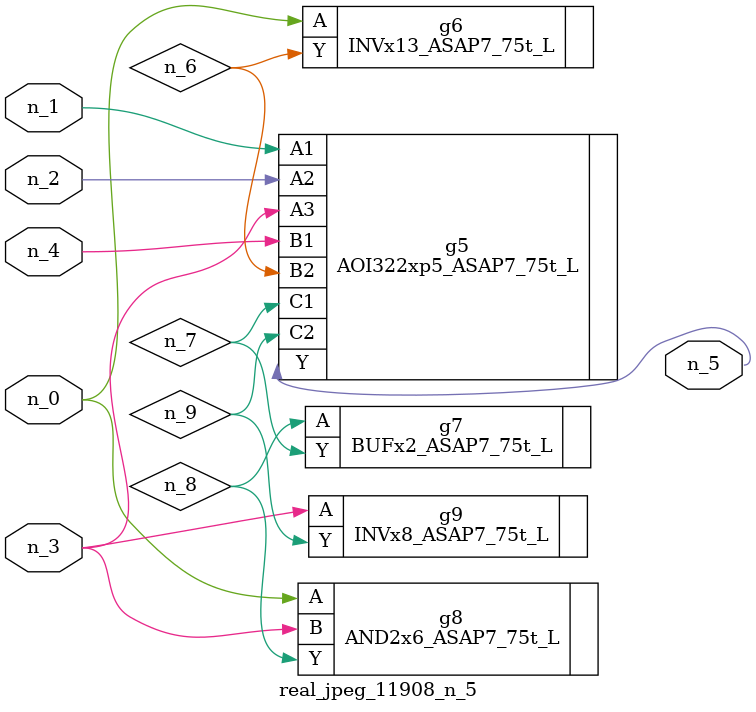
<source format=v>
module real_jpeg_11908_n_5 (n_4, n_0, n_1, n_2, n_3, n_5);

input n_4;
input n_0;
input n_1;
input n_2;
input n_3;

output n_5;

wire n_8;
wire n_6;
wire n_7;
wire n_9;

INVx13_ASAP7_75t_L g6 ( 
.A(n_0),
.Y(n_6)
);

AND2x6_ASAP7_75t_L g8 ( 
.A(n_0),
.B(n_3),
.Y(n_8)
);

AOI322xp5_ASAP7_75t_L g5 ( 
.A1(n_1),
.A2(n_2),
.A3(n_3),
.B1(n_4),
.B2(n_6),
.C1(n_7),
.C2(n_9),
.Y(n_5)
);

INVx8_ASAP7_75t_L g9 ( 
.A(n_3),
.Y(n_9)
);

BUFx2_ASAP7_75t_L g7 ( 
.A(n_8),
.Y(n_7)
);


endmodule
</source>
